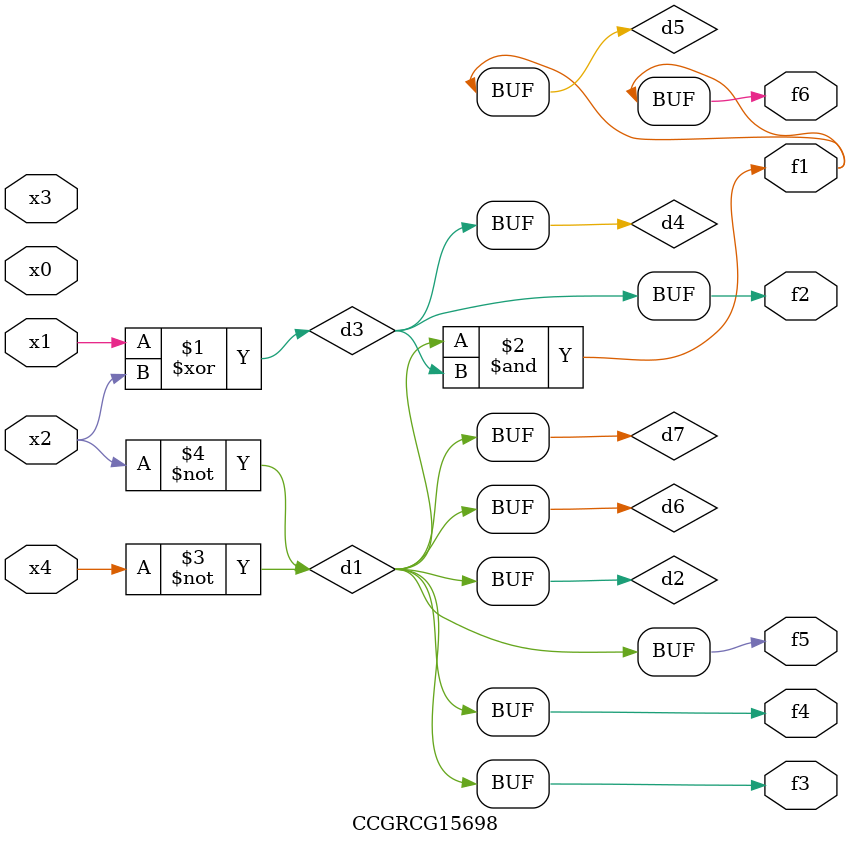
<source format=v>
module CCGRCG15698(
	input x0, x1, x2, x3, x4,
	output f1, f2, f3, f4, f5, f6
);

	wire d1, d2, d3, d4, d5, d6, d7;

	not (d1, x4);
	not (d2, x2);
	xor (d3, x1, x2);
	buf (d4, d3);
	and (d5, d1, d3);
	buf (d6, d1, d2);
	buf (d7, d2);
	assign f1 = d5;
	assign f2 = d4;
	assign f3 = d7;
	assign f4 = d7;
	assign f5 = d7;
	assign f6 = d5;
endmodule

</source>
